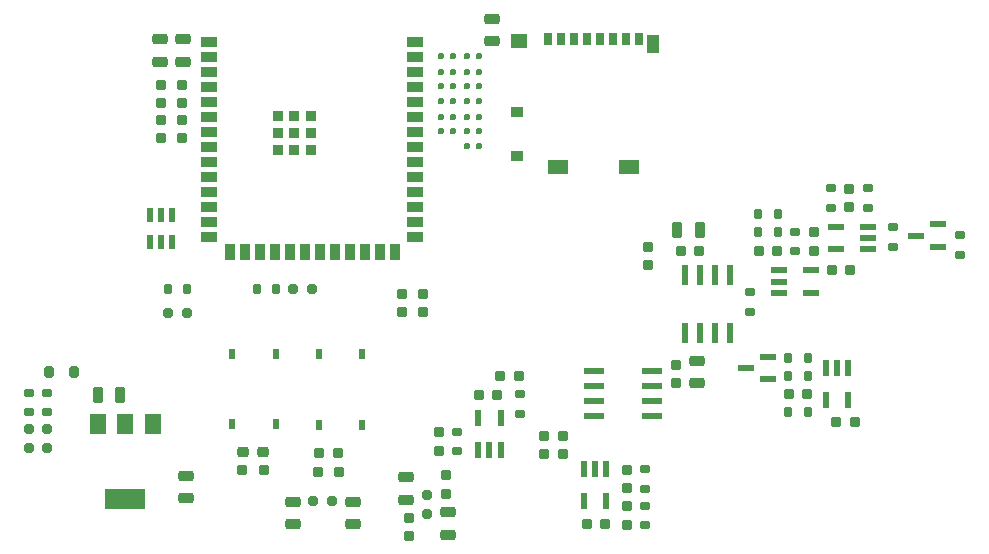
<source format=gbr>
%TF.GenerationSoftware,KiCad,Pcbnew,(6.0.9)*%
%TF.CreationDate,2023-03-08T12:20:49+02:00*%
%TF.ProjectId,GMWPY,474d5750-592e-46b6-9963-61645f706362,rev?*%
%TF.SameCoordinates,Original*%
%TF.FileFunction,Paste,Top*%
%TF.FilePolarity,Positive*%
%FSLAX46Y46*%
G04 Gerber Fmt 4.6, Leading zero omitted, Abs format (unit mm)*
G04 Created by KiCad (PCBNEW (6.0.9)) date 2023-03-08 12:20:49*
%MOMM*%
%LPD*%
G01*
G04 APERTURE LIST*
G04 Aperture macros list*
%AMRoundRect*
0 Rectangle with rounded corners*
0 $1 Rounding radius*
0 $2 $3 $4 $5 $6 $7 $8 $9 X,Y pos of 4 corners*
0 Add a 4 corners polygon primitive as box body*
4,1,4,$2,$3,$4,$5,$6,$7,$8,$9,$2,$3,0*
0 Add four circle primitives for the rounded corners*
1,1,$1+$1,$2,$3*
1,1,$1+$1,$4,$5*
1,1,$1+$1,$6,$7*
1,1,$1+$1,$8,$9*
0 Add four rect primitives between the rounded corners*
20,1,$1+$1,$2,$3,$4,$5,0*
20,1,$1+$1,$4,$5,$6,$7,0*
20,1,$1+$1,$6,$7,$8,$9,0*
20,1,$1+$1,$8,$9,$2,$3,0*%
G04 Aperture macros list end*
%ADD10RoundRect,0.160000X0.200000X0.267500X-0.200000X0.267500X-0.200000X-0.267500X0.200000X-0.267500X0*%
%ADD11RoundRect,0.175000X0.218750X0.252500X-0.218750X0.252500X-0.218750X-0.252500X0.218750X-0.252500X0*%
%ADD12RoundRect,0.188750X0.250000X0.238750X-0.250000X0.238750X-0.250000X-0.238750X0.250000X-0.238750X0*%
%ADD13RoundRect,0.180000X-0.225000X-0.247500X0.225000X-0.247500X0.225000X0.247500X-0.225000X0.247500X0*%
%ADD14RoundRect,0.108000X0.135000X0.180000X-0.135000X0.180000X-0.135000X-0.180000X0.135000X-0.180000X0*%
%ADD15RoundRect,0.160000X0.267500X-0.200000X0.267500X0.200000X-0.267500X0.200000X-0.267500X-0.200000X0*%
%ADD16RoundRect,0.200000X-0.452500X0.250000X-0.452500X-0.250000X0.452500X-0.250000X0.452500X0.250000X0*%
%ADD17RoundRect,0.180000X-0.247500X0.225000X-0.247500X-0.225000X0.247500X-0.225000X0.247500X0.225000X0*%
%ADD18R,0.585000X1.404000*%
%ADD19RoundRect,0.175000X0.252500X-0.218750X0.252500X0.218750X-0.252500X0.218750X-0.252500X-0.218750X0*%
%ADD20R,1.404000X0.585000*%
%ADD21R,1.350000X1.800000*%
%ADD22R,3.420000X1.800000*%
%ADD23RoundRect,0.160000X-0.267500X0.200000X-0.267500X-0.200000X0.267500X-0.200000X0.267500X0.200000X0*%
%ADD24RoundRect,0.188750X-0.250000X-0.238750X0.250000X-0.238750X0.250000X0.238750X-0.250000X0.238750X0*%
%ADD25RoundRect,0.083750X0.186250X-0.512500X0.186250X0.512500X-0.186250X0.512500X-0.186250X-0.512500X0*%
%ADD26RoundRect,0.108000X-0.135000X-0.180000X0.135000X-0.180000X0.135000X0.180000X-0.135000X0.180000X0*%
%ADD27RoundRect,0.160000X-0.200000X-0.267500X0.200000X-0.267500X0.200000X0.267500X-0.200000X0.267500X0*%
%ADD28RoundRect,0.200000X0.452500X-0.250000X0.452500X0.250000X-0.452500X0.250000X-0.452500X-0.250000X0*%
%ADD29RoundRect,0.180000X0.247500X-0.225000X0.247500X0.225000X-0.247500X0.225000X-0.247500X-0.225000X0*%
%ADD30RoundRect,0.180000X0.225000X0.247500X-0.225000X0.247500X-0.225000X-0.247500X0.225000X-0.247500X0*%
%ADD31R,1.350000X0.810000*%
%ADD32R,0.810000X1.350000*%
%ADD33R,0.810000X0.810000*%
%ADD34RoundRect,0.076250X0.587500X0.193750X-0.587500X0.193750X-0.587500X-0.193750X0.587500X-0.193750X0*%
%ADD35R,0.765000X0.990000*%
%ADD36R,0.675000X0.990000*%
%ADD37R,1.080000X0.900000*%
%ADD38R,1.710000X1.215000*%
%ADD39R,1.053000X1.620000*%
%ADD40R,1.395000X1.215000*%
%ADD41RoundRect,0.052500X-0.217500X0.825000X-0.217500X-0.825000X0.217500X-0.825000X0.217500X0.825000X0*%
%ADD42RoundRect,0.200000X0.250000X0.452500X-0.250000X0.452500X-0.250000X-0.452500X0.250000X-0.452500X0*%
%ADD43RoundRect,0.200000X-0.250000X-0.452500X0.250000X-0.452500X0.250000X0.452500X-0.250000X0.452500X0*%
%ADD44RoundRect,0.175000X0.218750X0.365000X-0.218750X0.365000X-0.218750X-0.365000X0.218750X-0.365000X0*%
%ADD45RoundRect,0.052500X0.825000X0.217500X-0.825000X0.217500X-0.825000X-0.217500X0.825000X-0.217500X0*%
%ADD46RoundRect,0.183750X-0.300000X-0.243750X0.300000X-0.243750X0.300000X0.243750X-0.300000X0.243750X0*%
%ADD47R,0.630000X0.900000*%
G04 APERTURE END LIST*
D10*
%TO.C,R38*%
X66725000Y-79950000D03*
X65075000Y-79950000D03*
%TD*%
D11*
%TO.C,D4*%
X66687500Y-82000000D03*
X65112500Y-82000000D03*
%TD*%
D12*
%TO.C,R37*%
X86712500Y-80410000D03*
X84887500Y-80410000D03*
%TD*%
%TO.C,R36*%
X86712500Y-81950000D03*
X84887500Y-81950000D03*
%TD*%
D13*
%TO.C,C29*%
X77925000Y-93900000D03*
X79475000Y-93900000D03*
%TD*%
D14*
%TO.C,R28*%
X89220000Y-66600000D03*
X88200000Y-66600000D03*
%TD*%
D15*
%TO.C,R8*%
X118185000Y-76790000D03*
X118185000Y-75140000D03*
%TD*%
D16*
%TO.C,C7*%
X80750000Y-98000000D03*
X80750000Y-99900000D03*
%TD*%
D12*
%TO.C,R15*%
X79612500Y-95500000D03*
X77787500Y-95500000D03*
%TD*%
D17*
%TO.C,C13*%
X108110000Y-86435000D03*
X108110000Y-87985000D03*
%TD*%
D18*
%TO.C,U12*%
X122710000Y-86715000D03*
X121760000Y-86715000D03*
X120810000Y-86715000D03*
X120810000Y-89415000D03*
X122710000Y-89415000D03*
%TD*%
D19*
%TO.C,D1*%
X54850000Y-93437500D03*
X54850000Y-91862500D03*
%TD*%
D20*
%TO.C,U10*%
X116835000Y-78415000D03*
X116835000Y-79365000D03*
X116835000Y-80315000D03*
X119535000Y-80315000D03*
X119535000Y-78415000D03*
%TD*%
D21*
%TO.C,U1*%
X63800000Y-91450000D03*
D22*
X61500000Y-97750000D03*
D21*
X61500000Y-91450000D03*
X59200000Y-91450000D03*
%TD*%
D23*
%TO.C,R10*%
X126485000Y-74740000D03*
X126485000Y-76390000D03*
%TD*%
D24*
%TO.C,R16*%
X64487500Y-67190000D03*
X66312500Y-67190000D03*
%TD*%
%TO.C,R18*%
X64487500Y-62700000D03*
X66312500Y-62700000D03*
%TD*%
D20*
%TO.C,U11*%
X124335000Y-76615000D03*
X124335000Y-75665000D03*
X124335000Y-74715000D03*
X121635000Y-74715000D03*
X121635000Y-76615000D03*
%TD*%
D25*
%TO.C,U2*%
X63550000Y-75975000D03*
X64500000Y-75975000D03*
X65450000Y-75975000D03*
X65450000Y-73700000D03*
X64500000Y-73700000D03*
X63550000Y-73700000D03*
%TD*%
D10*
%TO.C,R12*%
X119285000Y-87365000D03*
X117635000Y-87365000D03*
%TD*%
D19*
%TO.C,L1*%
X87050000Y-99012500D03*
X87050000Y-97437500D03*
%TD*%
D11*
%TO.C,D3*%
X77287500Y-79950000D03*
X75712500Y-79950000D03*
%TD*%
D26*
%TO.C,R23*%
X90390000Y-61600000D03*
X91410000Y-61600000D03*
%TD*%
D16*
%TO.C,C33*%
X92500000Y-57100000D03*
X92500000Y-59000000D03*
%TD*%
D26*
%TO.C,R22*%
X90390000Y-60300000D03*
X91410000Y-60300000D03*
%TD*%
D23*
%TO.C,R33*%
X54870000Y-88775000D03*
X54870000Y-90425000D03*
%TD*%
D27*
%TO.C,R35*%
X72625000Y-79950000D03*
X74275000Y-79950000D03*
%TD*%
D17*
%TO.C,C16*%
X103960000Y-98385000D03*
X103960000Y-99935000D03*
%TD*%
D14*
%TO.C,R27*%
X89220000Y-65400000D03*
X88200000Y-65400000D03*
%TD*%
D23*
%TO.C,R34*%
X53310000Y-88775000D03*
X53310000Y-90425000D03*
%TD*%
D28*
%TO.C,C31*%
X64400000Y-60750000D03*
X64400000Y-58850000D03*
%TD*%
D29*
%TO.C,C23*%
X122800000Y-73075000D03*
X122800000Y-71525000D03*
%TD*%
D17*
%TO.C,C9*%
X98510000Y-92435000D03*
X98510000Y-93985000D03*
%TD*%
%TO.C,C25*%
X119785000Y-75190000D03*
X119785000Y-76740000D03*
%TD*%
D10*
%TO.C,R13*%
X119285000Y-85865000D03*
X117635000Y-85865000D03*
%TD*%
D26*
%TO.C,R25*%
X90390000Y-64100000D03*
X91410000Y-64100000D03*
%TD*%
D30*
%TO.C,C24*%
X122860000Y-78365000D03*
X121310000Y-78365000D03*
%TD*%
D14*
%TO.C,R32*%
X89220000Y-64100000D03*
X88200000Y-64100000D03*
%TD*%
D11*
%TO.C,L2*%
X78987500Y-97950000D03*
X77412500Y-97950000D03*
%TD*%
D16*
%TO.C,C6*%
X85250000Y-95925000D03*
X85250000Y-97825000D03*
%TD*%
D29*
%TO.C,C19*%
X88050000Y-93685000D03*
X88050000Y-92135000D03*
%TD*%
D17*
%TO.C,C10*%
X96910000Y-92435000D03*
X96910000Y-93985000D03*
%TD*%
D28*
%TO.C,C3*%
X88850000Y-100775000D03*
X88850000Y-98875000D03*
%TD*%
D15*
%TO.C,R9*%
X114400000Y-81925000D03*
X114400000Y-80275000D03*
%TD*%
D16*
%TO.C,C8*%
X75650000Y-98000000D03*
X75650000Y-99900000D03*
%TD*%
D28*
%TO.C,C32*%
X66400000Y-60750000D03*
X66400000Y-58850000D03*
%TD*%
D27*
%TO.C,RG2*%
X115060000Y-75200000D03*
X116710000Y-75200000D03*
%TD*%
D30*
%TO.C,C27*%
X119235000Y-88865000D03*
X117685000Y-88865000D03*
%TD*%
D23*
%TO.C,R6*%
X121250000Y-71475000D03*
X121250000Y-73125000D03*
%TD*%
D14*
%TO.C,R30*%
X89220000Y-61590000D03*
X88200000Y-61590000D03*
%TD*%
D17*
%TO.C,C15*%
X105725000Y-76400000D03*
X105725000Y-77950000D03*
%TD*%
D31*
%TO.C,U14*%
X68550000Y-59060000D03*
X68550000Y-60330000D03*
X68550000Y-61600000D03*
X68550000Y-62870000D03*
X68550000Y-64140000D03*
X68550000Y-65410000D03*
X68550000Y-66680000D03*
X68550000Y-67950000D03*
X68550000Y-69220000D03*
X68550000Y-70490000D03*
X68550000Y-71760000D03*
X68550000Y-73030000D03*
X68550000Y-74300000D03*
X68550000Y-75570000D03*
D32*
X70315000Y-76820000D03*
X71585000Y-76820000D03*
X72855000Y-76820000D03*
X74125000Y-76820000D03*
X75395000Y-76820000D03*
X76665000Y-76820000D03*
X77935000Y-76820000D03*
X79205000Y-76820000D03*
X80475000Y-76820000D03*
X81745000Y-76820000D03*
X83015000Y-76820000D03*
X84285000Y-76820000D03*
D31*
X86050000Y-75570000D03*
X86050000Y-74300000D03*
X86050000Y-73030000D03*
X86050000Y-71760000D03*
X86050000Y-70490000D03*
X86050000Y-69220000D03*
X86050000Y-67950000D03*
X86050000Y-66680000D03*
X86050000Y-65410000D03*
X86050000Y-64140000D03*
X86050000Y-62870000D03*
X86050000Y-61600000D03*
X86050000Y-60330000D03*
X86050000Y-59060000D03*
D33*
X75800000Y-65380000D03*
X75800000Y-66780000D03*
X77200000Y-68180000D03*
X74400000Y-65380000D03*
X75800000Y-68180000D03*
X74400000Y-66780000D03*
X74400000Y-68180000D03*
X77200000Y-66780000D03*
X77200000Y-65380000D03*
%TD*%
D18*
%TO.C,U6*%
X91360000Y-93585000D03*
X92310000Y-93585000D03*
X93260000Y-93585000D03*
X93260000Y-90885000D03*
X91360000Y-90885000D03*
%TD*%
D15*
%TO.C,R7*%
X124350000Y-73125000D03*
X124350000Y-71475000D03*
%TD*%
D13*
%TO.C,C21*%
X108510000Y-76765000D03*
X110060000Y-76765000D03*
%TD*%
D23*
%TO.C,R3*%
X105460000Y-95235000D03*
X105460000Y-96885000D03*
%TD*%
D28*
%TO.C,C2*%
X66600000Y-97700000D03*
X66600000Y-95800000D03*
%TD*%
D34*
%TO.C,U13*%
X115897500Y-87615000D03*
X115897500Y-85715000D03*
X114022500Y-86665000D03*
%TD*%
D35*
%TO.C,J4*%
X97295000Y-58850000D03*
X98395000Y-58850000D03*
X99495000Y-58850000D03*
X100595000Y-58850000D03*
X101695000Y-58850000D03*
X102795000Y-58850000D03*
X103895000Y-58850000D03*
D36*
X104945000Y-58850000D03*
D37*
X94660000Y-65000000D03*
X94660000Y-68700000D03*
D38*
X98160000Y-69675000D03*
D39*
X106155000Y-59200000D03*
D40*
X94835000Y-58975000D03*
D38*
X104130000Y-69675000D03*
%TD*%
D17*
%TO.C,C17*%
X103960000Y-95310000D03*
X103960000Y-96860000D03*
%TD*%
D15*
%TO.C,R4*%
X89610000Y-93735000D03*
X89610000Y-92085000D03*
%TD*%
D14*
%TO.C,R29*%
X89220000Y-60300000D03*
X88200000Y-60300000D03*
%TD*%
D29*
%TO.C,C5*%
X88650000Y-97325000D03*
X88650000Y-95775000D03*
%TD*%
D41*
%TO.C,U8*%
X112690000Y-78790000D03*
X111420000Y-78790000D03*
X110150000Y-78790000D03*
X108880000Y-78790000D03*
X108880000Y-83740000D03*
X110150000Y-83740000D03*
X111420000Y-83740000D03*
X112690000Y-83740000D03*
%TD*%
D24*
%TO.C,R14*%
X71387500Y-95350000D03*
X73212500Y-95350000D03*
%TD*%
D18*
%TO.C,U4*%
X102210000Y-95210000D03*
X101260000Y-95210000D03*
X100310000Y-95210000D03*
X100310000Y-97910000D03*
X102210000Y-97910000D03*
%TD*%
D24*
%TO.C,R19*%
X64487500Y-64200000D03*
X66312500Y-64200000D03*
%TD*%
D42*
%TO.C,C20*%
X110135000Y-74965000D03*
X108235000Y-74965000D03*
%TD*%
D43*
%TO.C,C1*%
X59150000Y-88950000D03*
X61050000Y-88950000D03*
%TD*%
D27*
%TO.C,RG1*%
X115060000Y-73650000D03*
X116710000Y-73650000D03*
%TD*%
D14*
%TO.C,R31*%
X89220000Y-62800000D03*
X88200000Y-62800000D03*
%TD*%
D15*
%TO.C,R5*%
X132185000Y-77090000D03*
X132185000Y-75440000D03*
%TD*%
D23*
%TO.C,R2*%
X94910000Y-88910000D03*
X94910000Y-90560000D03*
%TD*%
D13*
%TO.C,C18*%
X93235000Y-87335000D03*
X94785000Y-87335000D03*
%TD*%
D44*
%TO.C,FB1*%
X57112500Y-87050000D03*
X54987500Y-87050000D03*
%TD*%
D15*
%TO.C,R1*%
X105460000Y-99985000D03*
X105460000Y-98335000D03*
%TD*%
D26*
%TO.C,R20*%
X90390000Y-65400000D03*
X91410000Y-65400000D03*
%TD*%
D45*
%TO.C,U5*%
X106085000Y-90715000D03*
X106085000Y-89445000D03*
X106085000Y-88175000D03*
X106085000Y-86905000D03*
X101135000Y-86905000D03*
X101135000Y-88175000D03*
X101135000Y-89445000D03*
X101135000Y-90715000D03*
%TD*%
D28*
%TO.C,C12*%
X109910000Y-87960000D03*
X109910000Y-86060000D03*
%TD*%
D46*
%TO.C,C28*%
X71437500Y-93800000D03*
X73162500Y-93800000D03*
%TD*%
D13*
%TO.C,C22*%
X115110000Y-76750000D03*
X116660000Y-76750000D03*
%TD*%
%TO.C,C26*%
X121685000Y-91265000D03*
X123235000Y-91265000D03*
%TD*%
D26*
%TO.C,R21*%
X90390000Y-66600000D03*
X91410000Y-66600000D03*
%TD*%
D47*
%TO.C,SW1*%
X74250000Y-91450000D03*
X74250000Y-85450000D03*
X70550000Y-85450000D03*
X70550000Y-91450000D03*
%TD*%
D24*
%TO.C,R17*%
X64487500Y-65700000D03*
X66312500Y-65700000D03*
%TD*%
D34*
%TO.C,Q1*%
X130322500Y-76415000D03*
X130322500Y-74515000D03*
X128447500Y-75465000D03*
%TD*%
D47*
%TO.C,SW2*%
X81550000Y-85500000D03*
X81550000Y-91500000D03*
X77850000Y-91500000D03*
X77850000Y-85500000D03*
%TD*%
D17*
%TO.C,C4*%
X85500000Y-99350000D03*
X85500000Y-100900000D03*
%TD*%
D26*
%TO.C,R26*%
X90390000Y-67900000D03*
X91410000Y-67900000D03*
%TD*%
D10*
%TO.C,R11*%
X119285000Y-90365000D03*
X117635000Y-90365000D03*
%TD*%
D26*
%TO.C,R24*%
X90390000Y-62800000D03*
X91410000Y-62800000D03*
%TD*%
D30*
%TO.C,C14*%
X92985000Y-88935000D03*
X91435000Y-88935000D03*
%TD*%
D19*
%TO.C,D2*%
X53300000Y-93437500D03*
X53300000Y-91862500D03*
%TD*%
D13*
%TO.C,C11*%
X100560000Y-99860000D03*
X102110000Y-99860000D03*
%TD*%
M02*

</source>
